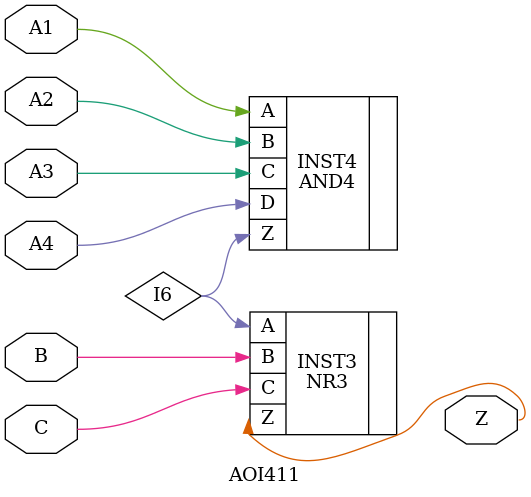
<source format=v>
`timescale 1 ns / 100 ps

/* Created by DB2VERILOG Version 1.2.0.2 on Fri Aug  5 11:14:08 1994 */
/* module compiled from "lsl2db 4.0.3" run */

module AOI411 (A1, A2, A3, A4, B, C, Z);
input  A1, A2, A3, A4, B, C;
output Z;
NR3 INST3 (.A(I6), .B(B), .C(C), .Z(Z));
AND4 INST4 (.A(A1), .B(A2), .C(A3), .D(A4), .Z(I6));

endmodule


</source>
